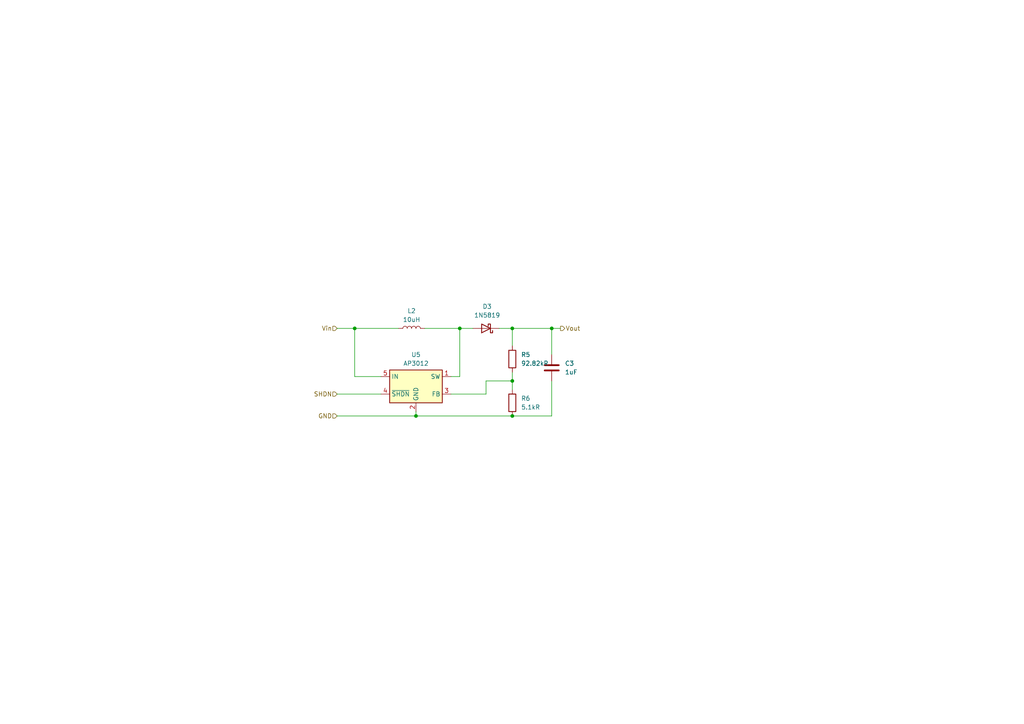
<source format=kicad_sch>
(kicad_sch (version 20250114) (generator "eeschema") (generator_version "9.0")
  (paper "A4")
  (lib_symbols
    (symbol "Device:C" (pin_numbers (hide yes)) (pin_names (offset 0.254))
      (property "Reference" "C" (at 0.635 2.54 0))
      (property "Value" "C" (at 0.635 -2.54 0))
      (symbol "C_0_1"
        (polyline (pts (xy -2.032 0.762) (xy 2.032 0.762)) (stroke (width 0.508)))
        (polyline (pts (xy -2.032 -0.762) (xy 2.032 -0.762)) (stroke (width 0.508)))
      )
      (symbol "C_1_1"
        (pin passive line (at 0 3.81 270) (length 2.794) (name "~") (number "1"))
        (pin passive line (at 0 -3.81 90) (length 2.794) (name "~") (number "2"))
      )
    )
    (symbol "Device:L" (pin_numbers (hide yes)) (pin_names (offset 1.016) (hide yes))
      (property "Reference" "L" (at -1.27 0 90))
      (property "Value" "L" (at 1.905 0 90))
      (symbol "L_0_1"
        (arc (start 0 2.54) (mid 0.6323 1.905) (end 0 1.27))
        (arc (start 0 1.27) (mid 0.6323 0.635) (end 0 0))
        (arc (start 0 0) (mid 0.6323 -0.635) (end 0 -1.27))
        (arc (start 0 -1.27) (mid 0.6323 -1.905) (end 0 -2.54))
      )
      (symbol "L_1_1"
        (pin passive line (at 0 3.81 270) (length 1.27) (name "1") (number "1"))
        (pin passive line (at 0 -3.81 90) (length 1.27) (name "2") (number "2"))
      )
    )
    (symbol "Device:R" (pin_numbers (hide yes)) (pin_names (offset 0))
      (property "Reference" "R" (at 2.032 0 90))
      (property "Value" "R" (at 0 0 90))
      (symbol "R_0_1"
        (rectangle (start -1.016 -2.54) (end 1.016 2.54) (stroke (width 0.254)))
      )
      (symbol "R_1_1"
        (pin passive line (at 0 3.81 270) (length 1.27) (name "~") (number "1"))
        (pin passive line (at 0 -3.81 90) (length 1.27) (name "~") (number "2"))
      )
    )
    (symbol "Diode:1N5819" (pin_numbers (hide yes)) (pin_names (offset 1.016) (hide yes))
      (property "Reference" "D" (at 0 2.54 0))
      (property "Value" "1N5819" (at 0 -2.54 0))
      (symbol "1N5819_0_1"
        (polyline (pts (xy -1.905 0.635) (xy -1.905 1.27) (xy -1.27 1.27) (xy -1.27 -1.27) (xy -0.635 -1.27) (xy -0.635 -0.635)) (stroke (width 0.254)))
        (polyline (pts (xy 1.27 1.27) (xy 1.27 -1.27) (xy -1.27 0) (xy 1.27 1.27)) (stroke (width 0.254)))
        (polyline (pts (xy 1.27 0) (xy -1.27 0)))
      )
      (symbol "1N5819_1_1"
        (pin passive line (at -3.81 0 0) (length 2.54) (name "K") (number "1"))
        (pin passive line (at 3.81 0 180) (length 2.54) (name "A") (number "2"))
      )
    )
    (symbol "Regulator_Switching:AP3012"
      (property "Reference" "U" (at -7.62 5.715 0))
      (property "Value" "AP3012" (at 0 5.715 0))
      (symbol "AP3012_0_1"
        (rectangle (start -7.62 4.445) (end 7.62 -5.08) (stroke (width 0.254)) (fill (type background)))
      )
      (symbol "AP3012_1_1"
        (pin power_in line (at -10.16 2.54 0) (length 2.54) (name "IN") (number "5"))
        (pin input line (at -10.16 -2.54 0) (length 2.54) (name "~{SHDN}") (number "4"))
        (pin power_in line (at 0 -7.62 90) (length 2.54) (name "GND") (number "2"))
        (pin passive line (at 10.16 2.54 180) (length 2.54) (name "SW") (number "1"))
        (pin input line (at 10.16 -2.54 180) (length 2.54) (name "FB") (number "3"))
      )
    )
  )
  (junction (at 148.59 120.65))
  (junction (at 133.35 95.25))
  (junction (at 148.59 110.49))
  (junction (at 160.02 95.25))
  (junction (at 148.59 95.25))
  (junction (at 102.87 95.25))
  (junction (at 120.65 120.65))
  (wire (pts (xy 148.59 110.49) (xy 148.59 107.95)))
  (wire (pts (xy 97.79 114.3) (xy 110.49 114.3)))
  (wire (pts (xy 148.59 110.49) (xy 148.59 113.03)))
  (wire (pts (xy 133.35 109.22) (xy 133.35 95.25)))
  (wire (pts (xy 133.35 95.25) (xy 123.19 95.25)))
  (wire (pts (xy 160.02 95.25) (xy 162.56 95.25)))
  (wire (pts (xy 144.78 95.25) (xy 148.59 95.25)))
  (wire (pts (xy 160.02 120.65) (xy 148.59 120.65)))
  (wire (pts (xy 148.59 95.25) (xy 148.59 100.33)))
  (wire (pts (xy 120.65 120.65) (xy 148.59 120.65)))
  (wire (pts (xy 140.97 114.3) (xy 140.97 110.49)))
  (wire (pts (xy 140.97 110.49) (xy 148.59 110.49)))
  (wire (pts (xy 102.87 95.25) (xy 115.57 95.25)))
  (wire (pts (xy 102.87 95.25) (xy 102.87 109.22)))
  (wire (pts (xy 133.35 95.25) (xy 137.16 95.25)))
  (wire (pts (xy 130.81 109.22) (xy 133.35 109.22)))
  (wire (pts (xy 130.81 114.3) (xy 140.97 114.3)))
  (wire (pts (xy 97.79 95.25) (xy 102.87 95.25)))
  (wire (pts (xy 102.87 109.22) (xy 110.49 109.22)))
  (wire (pts (xy 160.02 110.49) (xy 160.02 120.65)))
  (wire (pts (xy 97.79 120.65) (xy 120.65 120.65)))
  (wire (pts (xy 160.02 95.25) (xy 160.02 102.87)))
  (wire (pts (xy 148.59 95.25) (xy 160.02 95.25)))
  (wire (pts (xy 120.65 120.65) (xy 120.65 119.38)))
  (hierarchical_label "SHDN" (shape input) (at 97.79 114.3 180))
  (hierarchical_label "GND" (shape input) (at 97.79 120.65 180))
  (hierarchical_label "Vin" (shape input) (at 97.79 95.25 180))
  (hierarchical_label "Vout" (shape output) (at 162.56 95.25 0))
  (symbol (lib_id "Device:R") (at 148.59 116.84 0) (unit 1)
    (property "Reference" "R6" (at 151.13 115.5699 0) (effects (justify left)))
    (property "Value" "5.1kR" (at 151.13 118.1099 0) (effects (justify left)))
    (property "Description" "Resistor" (effects (hide yes)))
  )
  (symbol (lib_id "Device:R") (at 148.59 104.14 0) (unit 1)
    (property "Reference" "R5" (at 151.13 102.8699 0) (effects (justify left)))
    (property "Value" "92.82kR" (at 151.13 105.4099 0) (effects (justify left)))
    (property "Description" "Resistor" (effects (hide yes)))
  )
  (symbol (lib_id "Device:L") (at 119.38 95.25 90) (unit 1)
    (property "Reference" "L2" (at 119.38 90.17 90))
    (property "Value" "10uH" (at 119.38 92.71 90))
    (property "Description" "Inductor" (effects (hide yes)))
  )
  (symbol (lib_id "Regulator_Switching:AP3012") (at 120.65 111.76 0) (unit 1)
    (property "Reference" "U5" (at 120.65 102.87 0))
    (property "Value" "AP3012" (at 120.65 105.41 0))
    (property "Footprint" "Package_TO_SOT_SMD:SOT-23-5" (effects (hide yes)))
    (property "Datasheet" "https://www.diodes.com/assets/Datasheets/AP3012.pdf" (effects (hide yes)))
    (property "Description" "500mA, Adjustable Step-Up Voltage Regulator, 1.5MHz Frequency, SOT-23-5" (effects (hide yes)))
  )
  (symbol (lib_id "Diode:1N5819") (at 140.97 95.25 180) (unit 1)
    (property "Reference" "D3" (at 141.2875 88.9 0))
    (property "Value" "1N5819" (at 141.2875 91.44 0))
    (property "Footprint" "Diode_THT:D_DO-41_SOD81_P10.16mm_Horizontal" (effects (hide yes)))
    (property "Datasheet" "http://www.vishay.com/docs/88525/1n5817.pdf" (effects (hide yes)))
    (property "Description" "40V 1A Schottky Barrier Rectifier Diode, DO-41" (effects (hide yes)))
  )
  (symbol (lib_id "Device:C") (at 160.02 106.68 0) (unit 1)
    (property "Reference" "C3" (at 163.83 105.4099 0) (effects (justify left)))
    (property "Value" "1uF" (at 163.83 107.9499 0) (effects (justify left)))
    (property "Description" "Unpolarized capacitor" (effects (hide yes)))
  )
)
</source>
